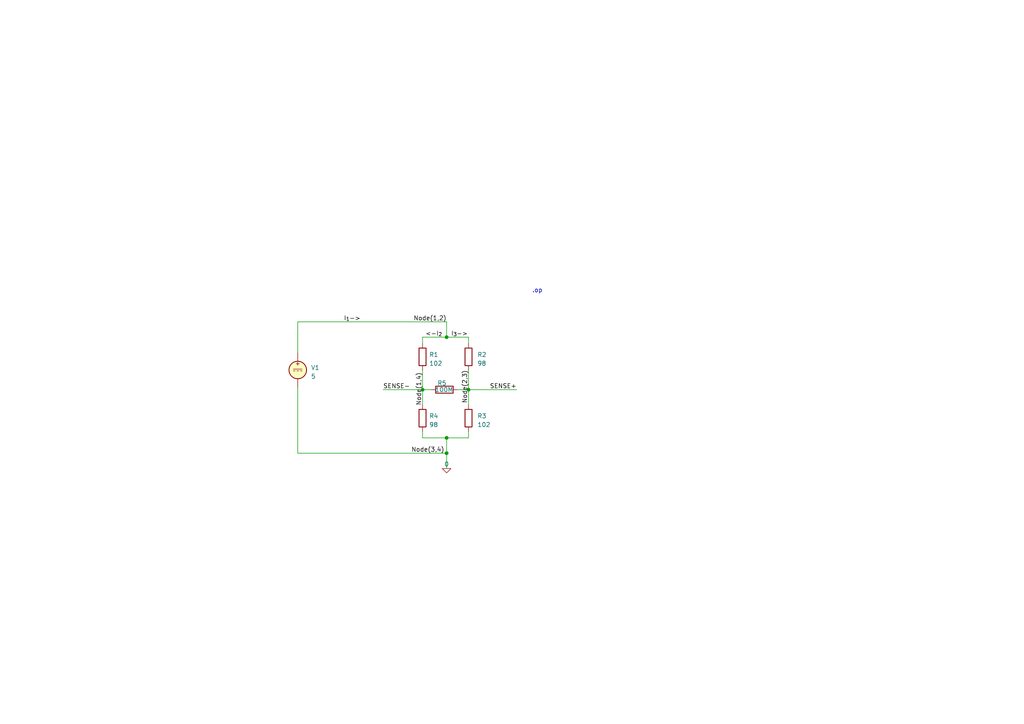
<source format=kicad_sch>
(kicad_sch (version 20230121) (generator eeschema)
  (paper "A4")
  (lib_symbols
    (symbol "Device:R" (pin_numbers hide) (pin_names (offset 0))
      (property "Reference" "R" (at 2.032 0 90))
      (property "Value" "R" (at 0 0 90))
      (symbol "R_0_1"
        (rectangle (start -1.016 -2.54) (end 1.016 2.54) (stroke (width 0.254)))
      )
      (symbol "R_1_1"
        (pin passive line (at 0 3.81 270) (length 1.27) (name "~") (number "1"))
        (pin passive line (at 0 -3.81 90) (length 1.27) (name "~") (number "2"))
      )
    )
    (symbol "Simulation_SPICE:0" (power) (pin_names (offset 0))
      (property "Value" "0" (at 0 -1.778 0))
      (symbol "0_0_1"
        (polyline (pts (xy -1.27 0) (xy 0 -1.27) (xy 1.27 0) (xy -1.27 0)))
      )
      (symbol "0_1_1"
        (pin power_in line (at 0 0 0) (length 0) hide (name "0") (number "1"))
      )
    )
    (symbol "Simulation_SPICE:VDC" (pin_numbers hide) (pin_names (offset 0.0254))
      (property "Reference" "V" (at 2.54 2.54 0))
      (property "Value" "1" (at 2.54 0 0))
      (symbol "VDC_0_0"
        (polyline (pts (xy -1.27 0.254) (xy 1.27 0.254)))
        (polyline (pts (xy -0.762 -0.254) (xy -1.27 -0.254)))
        (polyline (pts (xy 0.254 -0.254) (xy -0.254 -0.254)))
        (polyline (pts (xy 1.27 -0.254) (xy 0.762 -0.254)))
        (text "+" (at 0 1.905 0) (effects (font (size 1.27 1.27))))
      )
      (symbol "VDC_0_1"
        (circle (center 0 0) (radius 2.54) (stroke (width 0.254)) (fill (type background)))
      )
      (symbol "VDC_1_1"
        (pin passive line (at 0 5.08 270) (length 2.54) (name "~") (number "1"))
        (pin passive line (at 0 -5.08 90) (length 2.54) (name "~") (number "2"))
      )
    )
  )
  (junction (at 129.54 97.79))
  (junction (at 122.555 113.03))
  (junction (at 129.54 131.445))
  (junction (at 129.54 127))
  (junction (at 135.89 113.03))
  (wire (pts (xy 129.54 131.445) (xy 129.54 135.89)))
  (wire (pts (xy 135.89 127) (xy 135.89 125.095)))
  (wire (pts (xy 129.54 127) (xy 135.89 127)))
  (wire (pts (xy 135.89 97.79) (xy 129.54 97.79)))
  (wire (pts (xy 86.36 112.395) (xy 86.36 131.445)))
  (wire (pts (xy 135.89 113.03) (xy 149.86 113.03)))
  (wire (pts (xy 86.36 131.445) (xy 129.54 131.445)))
  (wire (pts (xy 135.89 99.695) (xy 135.89 97.79)))
  (wire (pts (xy 135.89 107.315) (xy 135.89 113.03)))
  (wire (pts (xy 135.89 113.03) (xy 135.89 117.475)))
  (wire (pts (xy 122.555 97.79) (xy 122.555 99.695)))
  (wire (pts (xy 122.555 107.315) (xy 122.555 113.03)))
  (wire (pts (xy 122.555 113.03) (xy 111.125 113.03)))
  (wire (pts (xy 86.36 93.345) (xy 129.54 93.345)))
  (wire (pts (xy 122.555 125.095) (xy 122.555 127)))
  (wire (pts (xy 122.555 127) (xy 129.54 127)))
  (wire (pts (xy 122.555 113.03) (xy 122.555 117.475)))
  (wire (pts (xy 129.54 93.345) (xy 129.54 97.79)))
  (wire (pts (xy 129.54 131.445) (xy 129.54 127)))
  (wire (pts (xy 129.54 97.79) (xy 122.555 97.79)))
  (wire (pts (xy 122.555 113.03) (xy 125.095 113.03)))
  (wire (pts (xy 132.715 113.03) (xy 135.89 113.03)))
  (wire (pts (xy 86.36 102.235) (xy 86.36 93.345)))
  (text ".op" (at 154.305 85.09 0) (effects (font (size 1.27 1.27)) (justify left bottom)))
  (label "I_{3}->" (at 130.81 97.79 0))
  (label "<-I_{2}" (at 128.27 97.79 180))
  (label "I_{1}->" (at 99.695 93.345 0))
  (label "Node(3,4)" (at 128.905 131.445 180))
  (label "Node(2,3)" (at 135.89 107.315 270))
  (label "SENSE-" (at 111.125 113.03 0))
  (label "SENSE+" (at 149.86 113.03 180))
  (label "Node(1,4)" (at 122.555 107.95 270))
  (label "Node(1,2)" (at 129.54 93.345 180))
  (symbol (lib_id "Device:R") (at 128.905 113.03 270) (unit 1)
    (property "Reference" "R5" (at 129.54 111.125 90) (effects (justify right)))
    (property "Value" "100M" (at 131.445 113.03 90) (effects (justify right)))
  )
  (symbol (lib_id "Device:R") (at 122.555 103.505 180) (unit 1)
    (property "Reference" "R1" (at 124.46 102.87 0) (effects (justify right)))
    (property "Value" "102" (at 124.46 105.41 0) (effects (justify right)))
  )
  (symbol (lib_id "Simulation_SPICE:VDC") (at 86.36 107.315 0) (unit 1)
    (property "Reference" "V1" (at 90.17 106.6442 0) (effects (justify left)))
    (property "Value" "5" (at 90.17 109.1842 0) (effects (justify left)))
    (property "Sim.Pins" "1=+ 2=-" (effects hide))
    (property "Sim.Type" "DC" (effects hide))
    (property "Sim.Device" "V" (effects hide))
  )
  (symbol (lib_id "Device:R") (at 135.89 121.285 180) (unit 1)
    (property "Reference" "R3" (at 138.43 120.65 0) (effects (justify right)))
    (property "Value" "102" (at 138.43 123.19 0) (effects (justify right)))
  )
  (symbol (lib_id "Simulation_SPICE:0") (at 129.54 135.89 0) (unit 1)
    (property "Reference" "#GND01" (effects hide))
    (property "Value" "0" (at 129.54 134.62 0))
  )
  (symbol (lib_id "Device:R") (at 135.89 103.505 180) (unit 1)
    (property "Reference" "R2" (at 138.43 102.87 0) (effects (justify right)))
    (property "Value" "98" (at 138.43 105.41 0) (effects (justify right)))
    (property "Sim.Device" "R" (effects hide))
    (property "Sim.Pins" "1=+ 2=-" (effects hide))
  )
  (symbol (lib_id "Device:R") (at 122.555 121.285 180) (unit 1)
    (property "Reference" "R4" (at 124.46 120.65 0) (effects (justify right)))
    (property "Value" "98" (at 124.46 123.19 0) (effects (justify right)))
  )
)
</source>
